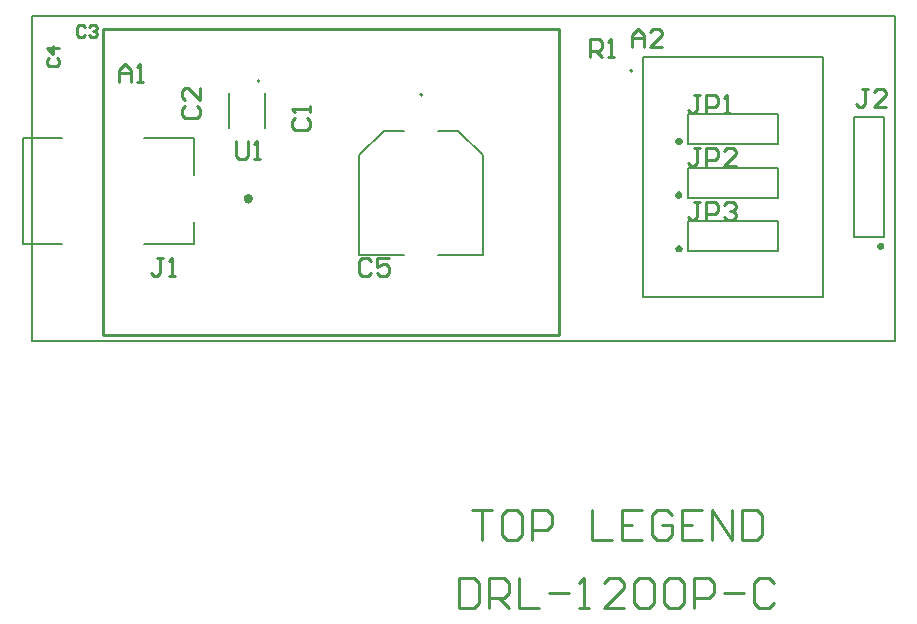
<source format=gto>
G04 Layer_Color=65535*
%FSLAX24Y24*%
%MOIN*%
G70*
G01*
G75*
%ADD20C,0.0100*%
%ADD21C,0.0050*%
%ADD32C,0.0079*%
%ADD33C,0.0157*%
G36*
X38346Y13248D02*
X38379Y13214D01*
X38397Y13171D01*
Y13124D01*
X38379Y13081D01*
X38346Y13047D01*
X38302Y13029D01*
X38255D01*
X38212Y13047D01*
X38179Y13081D01*
X38161Y13124D01*
Y13171D01*
X38179Y13214D01*
X38212Y13248D01*
X38255Y13266D01*
X38302D01*
X38346Y13248D01*
D02*
G37*
G36*
X31620Y13168D02*
X31653Y13135D01*
X31671Y13091D01*
Y13068D01*
Y13044D01*
X31653Y13001D01*
X31620Y12968D01*
X31577Y12950D01*
X31530D01*
X31486Y12968D01*
X31453Y13001D01*
X31435Y13044D01*
Y13068D01*
Y13091D01*
X31453Y13135D01*
X31486Y13168D01*
X31530Y13186D01*
X31577D01*
X31620Y13168D01*
D02*
G37*
G36*
Y16743D02*
X31653Y16709D01*
X31671Y16666D01*
Y16642D01*
Y16619D01*
X31653Y16576D01*
X31620Y16542D01*
X31577Y16524D01*
X31530D01*
X31486Y16542D01*
X31453Y16576D01*
X31435Y16619D01*
Y16642D01*
Y16666D01*
X31453Y16709D01*
X31486Y16743D01*
X31530Y16761D01*
X31577D01*
X31620Y16743D01*
D02*
G37*
G36*
X31604Y14955D02*
X31637Y14922D01*
X31655Y14879D01*
Y14855D01*
Y14832D01*
X31637Y14788D01*
X31604Y14755D01*
X31561Y14737D01*
X31514D01*
X31470Y14755D01*
X31437Y14788D01*
X31419Y14832D01*
Y14855D01*
Y14879D01*
X31437Y14922D01*
X31470Y14955D01*
X31514Y14973D01*
X31561D01*
X31604Y14955D01*
D02*
G37*
D20*
X12361Y10187D02*
Y20387D01*
X27561Y10187D02*
Y20387D01*
X12361Y10187D02*
X27561D01*
X12361Y20387D02*
X27561D01*
X11743Y20471D02*
X11676Y20538D01*
X11543D01*
X11476Y20471D01*
Y20204D01*
X11543Y20138D01*
X11676D01*
X11743Y20204D01*
X11876Y20471D02*
X11943Y20538D01*
X12076D01*
X12143Y20471D01*
Y20404D01*
X12076Y20338D01*
X12010D01*
X12076D01*
X12143Y20271D01*
Y20204D01*
X12076Y20138D01*
X11943D01*
X11876Y20204D01*
X10553Y19420D02*
X10486Y19353D01*
Y19220D01*
X10553Y19154D01*
X10819D01*
X10886Y19220D01*
Y19353D01*
X10819Y19420D01*
X10886Y19753D02*
X10486D01*
X10686Y19553D01*
Y19820D01*
X14337Y12765D02*
X14137D01*
X14237D01*
Y12265D01*
X14137Y12165D01*
X14037D01*
X13937Y12265D01*
X14537Y12165D02*
X14737D01*
X14637D01*
Y12765D01*
X14537Y12665D01*
X16780Y16639D02*
Y16139D01*
X16880Y16039D01*
X17079D01*
X17179Y16139D01*
Y16639D01*
X17379Y16039D02*
X17579D01*
X17479D01*
Y16639D01*
X17379Y16539D01*
X32250Y14635D02*
X32050D01*
X32150D01*
Y14135D01*
X32050Y14035D01*
X31950D01*
X31850Y14135D01*
X32450Y14035D02*
Y14635D01*
X32750D01*
X32850Y14535D01*
Y14335D01*
X32750Y14235D01*
X32450D01*
X33050Y14535D02*
X33150Y14635D01*
X33350D01*
X33450Y14535D01*
Y14435D01*
X33350Y14335D01*
X33250D01*
X33350D01*
X33450Y14235D01*
Y14135D01*
X33350Y14035D01*
X33150D01*
X33050Y14135D01*
X32250Y16407D02*
X32050D01*
X32150D01*
Y15907D01*
X32050Y15807D01*
X31950D01*
X31850Y15907D01*
X32450Y15807D02*
Y16407D01*
X32750D01*
X32850Y16307D01*
Y16107D01*
X32750Y16007D01*
X32450D01*
X33450Y15807D02*
X33050D01*
X33450Y16207D01*
Y16307D01*
X33350Y16407D01*
X33150D01*
X33050Y16307D01*
X32250Y18179D02*
X32050D01*
X32150D01*
Y17679D01*
X32050Y17579D01*
X31950D01*
X31850Y17679D01*
X32450Y17579D02*
Y18179D01*
X32750D01*
X32850Y18079D01*
Y17879D01*
X32750Y17779D01*
X32450D01*
X33050Y17579D02*
X33250D01*
X33150D01*
Y18179D01*
X33050Y18079D01*
X37838Y18399D02*
X37638D01*
X37738D01*
Y17900D01*
X37638Y17800D01*
X37538D01*
X37438Y17900D01*
X38437Y17800D02*
X38038D01*
X38437Y18200D01*
Y18300D01*
X38337Y18399D01*
X38137D01*
X38038Y18300D01*
X21298Y12649D02*
X21198Y12749D01*
X20998D01*
X20898Y12649D01*
Y12250D01*
X20998Y12150D01*
X21198D01*
X21298Y12250D01*
X21897Y12749D02*
X21497D01*
Y12450D01*
X21697Y12549D01*
X21797D01*
X21897Y12450D01*
Y12250D01*
X21797Y12150D01*
X21597D01*
X21497Y12250D01*
X15099Y17817D02*
X14999Y17717D01*
Y17517D01*
X15099Y17417D01*
X15498D01*
X15598Y17517D01*
Y17717D01*
X15498Y17817D01*
X15598Y18417D02*
Y18017D01*
X15199Y18417D01*
X15099D01*
X14999Y18317D01*
Y18117D01*
X15099Y18017D01*
X18740Y17423D02*
X18640Y17324D01*
Y17124D01*
X18740Y17024D01*
X19140D01*
X19240Y17124D01*
Y17324D01*
X19140Y17423D01*
X19240Y17623D02*
Y17823D01*
Y17723D01*
X18640D01*
X18740Y17623D01*
X29977Y19781D02*
Y20181D01*
X30177Y20381D01*
X30377Y20181D01*
Y19781D01*
Y20081D01*
X29977D01*
X30977Y19781D02*
X30577D01*
X30977Y20181D01*
Y20281D01*
X30877Y20381D01*
X30677D01*
X30577Y20281D01*
X28580Y19450D02*
Y20050D01*
X28880D01*
X28980Y19950D01*
Y19750D01*
X28880Y19650D01*
X28580D01*
X28780D02*
X28980Y19450D01*
X29180D02*
X29380D01*
X29280D01*
Y20050D01*
X29180Y19950D01*
X12874Y18606D02*
Y19006D01*
X13074Y19206D01*
X13274Y19006D01*
Y18606D01*
Y18906D01*
X12874D01*
X13474Y18606D02*
X13674D01*
X13574D01*
Y19206D01*
X13474Y19106D01*
X24220Y2100D02*
Y1100D01*
X24720D01*
X24887Y1267D01*
Y1933D01*
X24720Y2100D01*
X24220D01*
X25220Y1100D02*
Y2100D01*
X25720D01*
X25886Y1933D01*
Y1600D01*
X25720Y1433D01*
X25220D01*
X25553D02*
X25886Y1100D01*
X26219Y2100D02*
Y1100D01*
X26886D01*
X27219Y1600D02*
X27886D01*
X28219Y1100D02*
X28552D01*
X28385D01*
Y2100D01*
X28219Y1933D01*
X29718Y1100D02*
X29052D01*
X29718Y1766D01*
Y1933D01*
X29552Y2100D01*
X29218D01*
X29052Y1933D01*
X30052D02*
X30218Y2100D01*
X30551D01*
X30718Y1933D01*
Y1267D01*
X30551Y1100D01*
X30218D01*
X30052Y1267D01*
Y1933D01*
X31051D02*
X31218Y2100D01*
X31551D01*
X31718Y1933D01*
Y1267D01*
X31551Y1100D01*
X31218D01*
X31051Y1267D01*
Y1933D01*
X32051Y1100D02*
Y2100D01*
X32551D01*
X32717Y1933D01*
Y1600D01*
X32551Y1433D01*
X32051D01*
X33051Y1600D02*
X33717D01*
X34717Y1933D02*
X34550Y2100D01*
X34217D01*
X34050Y1933D01*
Y1267D01*
X34217Y1100D01*
X34550D01*
X34717Y1267D01*
X24668Y4350D02*
X25335D01*
X25001D01*
Y3350D01*
X26168Y4350D02*
X25835D01*
X25668Y4183D01*
Y3517D01*
X25835Y3350D01*
X26168D01*
X26334Y3517D01*
Y4183D01*
X26168Y4350D01*
X26668Y3350D02*
Y4350D01*
X27167D01*
X27334Y4183D01*
Y3850D01*
X27167Y3683D01*
X26668D01*
X28667Y4350D02*
Y3350D01*
X29333D01*
X30333Y4350D02*
X29667D01*
Y3350D01*
X30333D01*
X29667Y3850D02*
X30000D01*
X31333Y4183D02*
X31166Y4350D01*
X30833D01*
X30666Y4183D01*
Y3517D01*
X30833Y3350D01*
X31166D01*
X31333Y3517D01*
Y3850D01*
X31000D01*
X32332Y4350D02*
X31666D01*
Y3350D01*
X32332D01*
X31666Y3850D02*
X31999D01*
X32666Y3350D02*
Y4350D01*
X33332Y3350D01*
Y4350D01*
X33665D02*
Y3350D01*
X34165D01*
X34332Y3517D01*
Y4183D01*
X34165Y4350D01*
X33665D01*
D21*
X17748Y17079D02*
Y18260D01*
X16567Y17079D02*
Y18260D01*
X25028Y12870D02*
Y16177D01*
X20894Y12870D02*
Y16177D01*
X24201Y17004D02*
X25028Y16177D01*
X20894D02*
X21720Y17004D01*
X22394D01*
X23528D02*
X24201D01*
X20894Y12870D02*
X22394D01*
X23528D02*
X25028D01*
X13709Y13224D02*
X15382D01*
X9673D02*
X10992D01*
X15382D02*
Y13953D01*
Y15528D02*
Y16768D01*
X13709D02*
X15382D01*
X9673D02*
X10992D01*
X9673Y13224D02*
Y16768D01*
X30346Y19457D02*
X36346D01*
X30346Y11457D02*
Y19457D01*
X36346Y11457D02*
Y19457D01*
X30346Y11457D02*
X36346D01*
X10000Y20827D02*
X38740D01*
Y10000D02*
Y20827D01*
X10000Y10000D02*
Y20827D01*
Y10000D02*
X38740D01*
D32*
X17571Y18652D02*
G03*
X17571Y18652I-39J0D01*
G01*
X23000Y18193D02*
G03*
X23000Y18193I-39J0D01*
G01*
X30000Y19000D02*
G03*
X30000Y19000I-39J0D01*
G01*
X38374Y13457D02*
Y17457D01*
X37374Y13457D02*
X38374D01*
X37374D02*
Y17457D01*
X38374D01*
X34862Y12972D02*
Y13972D01*
X31862D02*
X34862D01*
X31862Y12972D02*
Y13972D01*
Y12972D02*
X34862D01*
X34846Y14760D02*
Y15760D01*
X31846D02*
X34846D01*
X31846Y14760D02*
Y15760D01*
Y14760D02*
X34846D01*
X34862Y16547D02*
Y17547D01*
X31862D02*
X34862D01*
X31862Y16547D02*
Y17547D01*
Y16547D02*
X34862D01*
D33*
X17275Y14728D02*
G03*
X17275Y14728I-79J0D01*
G01*
M02*

</source>
